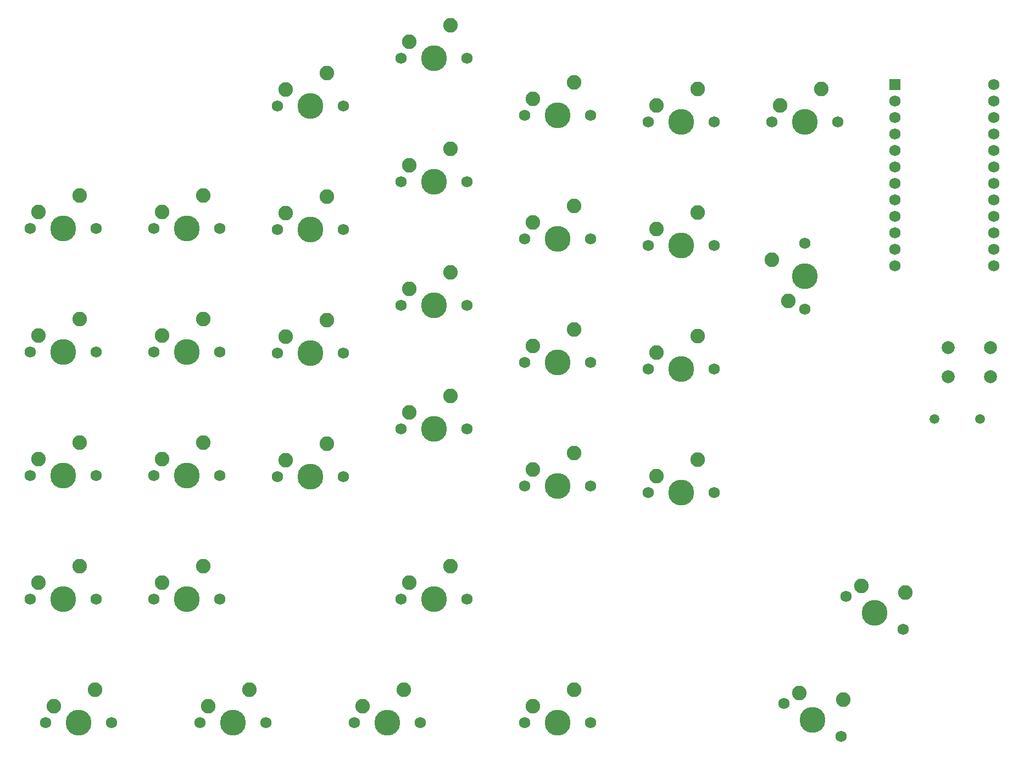
<source format=gbs>
G04 #@! TF.GenerationSoftware,KiCad,Pcbnew,5.1.10*
G04 #@! TF.CreationDate,2021-06-15T23:50:52-04:00*
G04 #@! TF.ProjectId,attempt2,61747465-6d70-4743-922e-6b696361645f,rev?*
G04 #@! TF.SameCoordinates,Original*
G04 #@! TF.FileFunction,Soldermask,Bot*
G04 #@! TF.FilePolarity,Negative*
%FSLAX46Y46*%
G04 Gerber Fmt 4.6, Leading zero omitted, Abs format (unit mm)*
G04 Created by KiCad (PCBNEW 5.1.10) date 2021-06-15 23:50:52*
%MOMM*%
%LPD*%
G01*
G04 APERTURE LIST*
%ADD10C,1.500000*%
%ADD11R,1.752600X1.752600*%
%ADD12C,1.752600*%
%ADD13C,2.000000*%
%ADD14C,2.250000*%
%ADD15C,3.987800*%
%ADD16C,1.750000*%
G04 APERTURE END LIST*
D10*
X-17306250Y-72231250D03*
X-10306250Y-72231250D03*
D11*
X-23368000Y-20701000D03*
D12*
X-23368000Y-23241000D03*
X-23368000Y-25781000D03*
X-23368000Y-28321000D03*
X-23368000Y-30861000D03*
X-23368000Y-33401000D03*
X-23368000Y-35941000D03*
X-23368000Y-38481000D03*
X-23368000Y-41021000D03*
X-23368000Y-43561000D03*
X-23368000Y-46101000D03*
X-8128000Y-48641000D03*
X-8128000Y-46101000D03*
X-8128000Y-43561000D03*
X-8128000Y-41021000D03*
X-8128000Y-38481000D03*
X-8128000Y-35941000D03*
X-8128000Y-33401000D03*
X-8128000Y-30861000D03*
X-8128000Y-28321000D03*
X-8128000Y-25781000D03*
X-8128000Y-23241000D03*
X-23368000Y-48641000D03*
X-8128000Y-20701000D03*
D13*
X-8656250Y-65750000D03*
X-15156250Y-65750000D03*
X-15156250Y-61250000D03*
X-8656250Y-61250000D03*
D14*
X-31328295Y-115488591D03*
D15*
X-36068000Y-118618000D03*
D14*
X-38097557Y-114513295D03*
D16*
X-40467409Y-116078000D03*
X-31668591Y-121158000D03*
D14*
X-72866250Y-113982500D03*
D15*
X-75406250Y-119062500D03*
D14*
X-79216250Y-116522500D03*
D16*
X-80486250Y-119062500D03*
X-70326250Y-119062500D03*
D14*
X-91852750Y-94944500D03*
D15*
X-94392750Y-100024500D03*
D14*
X-98202750Y-97484500D03*
D16*
X-99472750Y-100024500D03*
X-89312750Y-100024500D03*
D14*
X-99060000Y-113982500D03*
D15*
X-101600000Y-119062500D03*
D14*
X-105410000Y-116522500D03*
D16*
X-106680000Y-119062500D03*
X-96520000Y-119062500D03*
D14*
X-122872500Y-113982500D03*
D15*
X-125412500Y-119062500D03*
D14*
X-129222500Y-116522500D03*
D16*
X-130492500Y-119062500D03*
X-120332500Y-119062500D03*
D14*
X-146685000Y-113982500D03*
D15*
X-149225000Y-119062500D03*
D14*
X-153035000Y-116522500D03*
D16*
X-154305000Y-119062500D03*
X-144145000Y-119062500D03*
D14*
X-21803295Y-98978591D03*
D15*
X-26543000Y-102108000D03*
D14*
X-28572557Y-98003295D03*
D16*
X-30942409Y-99568000D03*
X-22143591Y-104648000D03*
D14*
X-53816250Y-78486000D03*
D15*
X-56356250Y-83566000D03*
D14*
X-60166250Y-81026000D03*
D16*
X-61436250Y-83566000D03*
X-51276250Y-83566000D03*
D14*
X-72866250Y-77470000D03*
D15*
X-75406250Y-82550000D03*
D14*
X-79216250Y-80010000D03*
D16*
X-80486250Y-82550000D03*
X-70326250Y-82550000D03*
D14*
X-91916250Y-68707000D03*
D15*
X-94456250Y-73787000D03*
D14*
X-98266250Y-71247000D03*
D16*
X-99536250Y-73787000D03*
X-89376250Y-73787000D03*
D14*
X-110966250Y-76073000D03*
D15*
X-113506250Y-81153000D03*
D14*
X-117316250Y-78613000D03*
D16*
X-118586250Y-81153000D03*
X-108426250Y-81153000D03*
D14*
X-130016250Y-94932500D03*
D15*
X-132556250Y-100012500D03*
D14*
X-136366250Y-97472500D03*
D16*
X-137636250Y-100012500D03*
X-127476250Y-100012500D03*
D14*
X-149066250Y-94932500D03*
D15*
X-151606250Y-100012500D03*
D14*
X-155416250Y-97472500D03*
D16*
X-156686250Y-100012500D03*
X-146526250Y-100012500D03*
D14*
X-42386250Y-47688500D03*
D15*
X-37306250Y-50228500D03*
D14*
X-39846250Y-54038500D03*
D16*
X-37306250Y-55308500D03*
X-37306250Y-45148500D03*
D14*
X-53816250Y-59436000D03*
D15*
X-56356250Y-64516000D03*
D14*
X-60166250Y-61976000D03*
D16*
X-61436250Y-64516000D03*
X-51276250Y-64516000D03*
D14*
X-72866250Y-58420000D03*
D15*
X-75406250Y-63500000D03*
D14*
X-79216250Y-60960000D03*
D16*
X-80486250Y-63500000D03*
X-70326250Y-63500000D03*
D14*
X-91916250Y-49657000D03*
D15*
X-94456250Y-54737000D03*
D14*
X-98266250Y-52197000D03*
D16*
X-99536250Y-54737000D03*
X-89376250Y-54737000D03*
D14*
X-110966250Y-57023000D03*
D15*
X-113506250Y-62103000D03*
D14*
X-117316250Y-59563000D03*
D16*
X-118586250Y-62103000D03*
X-108426250Y-62103000D03*
D14*
X-130016250Y-75882500D03*
D15*
X-132556250Y-80962500D03*
D14*
X-136366250Y-78422500D03*
D16*
X-137636250Y-80962500D03*
X-127476250Y-80962500D03*
D14*
X-149066250Y-75882500D03*
D15*
X-151606250Y-80962500D03*
D14*
X-155416250Y-78422500D03*
D16*
X-156686250Y-80962500D03*
X-146526250Y-80962500D03*
D14*
X-53816250Y-40386000D03*
D15*
X-56356250Y-45466000D03*
D14*
X-60166250Y-42926000D03*
D16*
X-61436250Y-45466000D03*
X-51276250Y-45466000D03*
D14*
X-72866250Y-39370000D03*
D15*
X-75406250Y-44450000D03*
D14*
X-79216250Y-41910000D03*
D16*
X-80486250Y-44450000D03*
X-70326250Y-44450000D03*
D14*
X-91916250Y-30607000D03*
D15*
X-94456250Y-35687000D03*
D14*
X-98266250Y-33147000D03*
D16*
X-99536250Y-35687000D03*
X-89376250Y-35687000D03*
D14*
X-110966250Y-37973000D03*
D15*
X-113506250Y-43053000D03*
D14*
X-117316250Y-40513000D03*
D16*
X-118586250Y-43053000D03*
X-108426250Y-43053000D03*
D14*
X-130016250Y-56832500D03*
D15*
X-132556250Y-61912500D03*
D14*
X-136366250Y-59372500D03*
D16*
X-137636250Y-61912500D03*
X-127476250Y-61912500D03*
D14*
X-149066250Y-56832500D03*
D15*
X-151606250Y-61912500D03*
D14*
X-155416250Y-59372500D03*
D16*
X-156686250Y-61912500D03*
X-146526250Y-61912500D03*
D14*
X-34766250Y-21336000D03*
D15*
X-37306250Y-26416000D03*
D14*
X-41116250Y-23876000D03*
D16*
X-42386250Y-26416000D03*
X-32226250Y-26416000D03*
D14*
X-53816250Y-21336000D03*
D15*
X-56356250Y-26416000D03*
D14*
X-60166250Y-23876000D03*
D16*
X-61436250Y-26416000D03*
X-51276250Y-26416000D03*
D14*
X-72866250Y-20320000D03*
D15*
X-75406250Y-25400000D03*
D14*
X-79216250Y-22860000D03*
D16*
X-80486250Y-25400000D03*
X-70326250Y-25400000D03*
D14*
X-91916250Y-11557000D03*
D15*
X-94456250Y-16637000D03*
D14*
X-98266250Y-14097000D03*
D16*
X-99536250Y-16637000D03*
X-89376250Y-16637000D03*
D14*
X-110966250Y-18923000D03*
D15*
X-113506250Y-24003000D03*
D14*
X-117316250Y-21463000D03*
D16*
X-118586250Y-24003000D03*
X-108426250Y-24003000D03*
D14*
X-130016250Y-37782500D03*
D15*
X-132556250Y-42862500D03*
D14*
X-136366250Y-40322500D03*
D16*
X-137636250Y-42862500D03*
X-127476250Y-42862500D03*
D14*
X-149066250Y-37782500D03*
D15*
X-151606250Y-42862500D03*
D14*
X-155416250Y-40322500D03*
D16*
X-156686250Y-42862500D03*
X-146526250Y-42862500D03*
M02*

</source>
